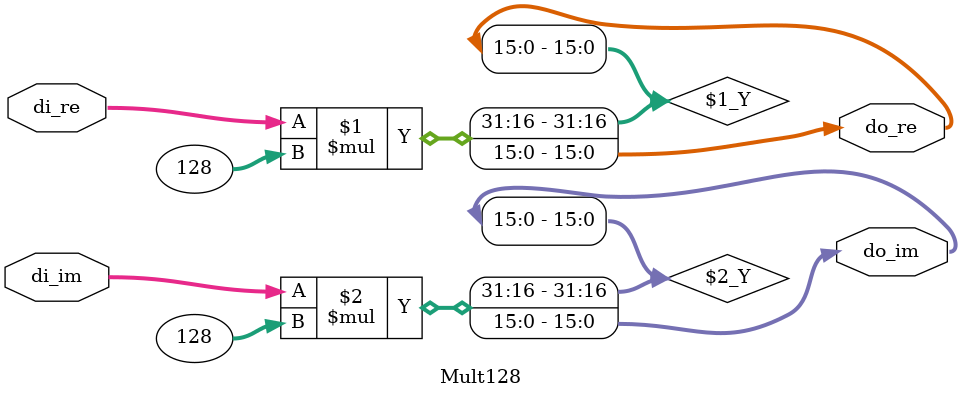
<source format=v>

module Mult128 #(
    parameter   WIDTH = 16
)(
    input   signed  [WIDTH-1:0] di_re,
    input   signed  [WIDTH-1:0] di_im,
    output  signed  [WIDTH-1:0] do_re,
    output  signed  [WIDTH-1:0] do_im
);

assign do_re = di_re * 128;
assign do_im = di_im * 128;

endmodule
</source>
